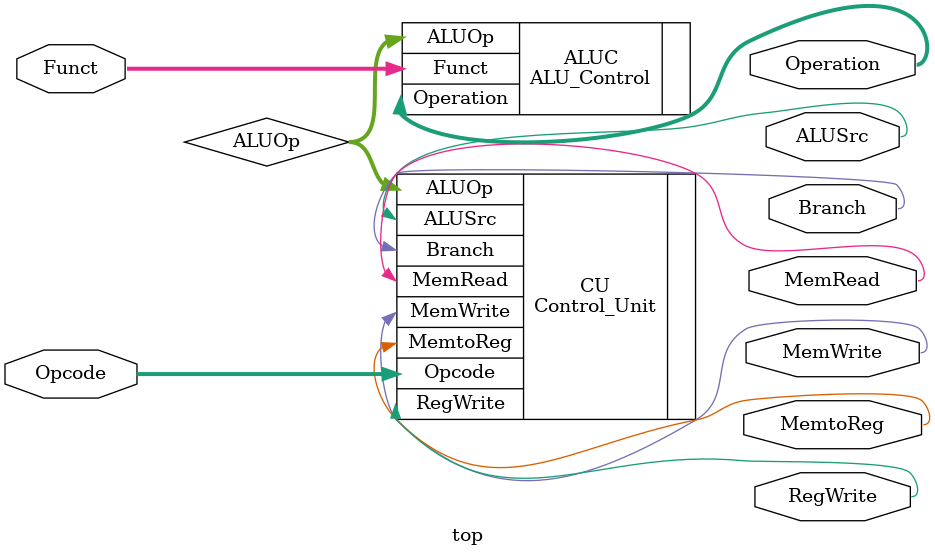
<source format=v>
module top
  (
    input[6:0] Opcode,
    input[3:0] Funct,
    output Branch,
    output MemWrite,
    output MemRead,
    output RegWrite,
    output MemtoReg,
    output ALUSrc,
    output [3:0] Operation
  );
  wire[1:0] ALUOp;
  
  Control_Unit CU
  (
    .Opcode(Opcode),
    .Branch(Branch),
    .MemWrite(MemWrite),
    .MemRead(MemRead),
    .RegWrite(RegWrite),
    .MemtoReg(MemtoReg),
    .ALUSrc(ALUSrc),
    .ALUOp(ALUOp)
  );
  
  ALU_Control ALUC
  (
    .ALUOp(ALUOp),
    .Funct(Funct),
    .Operation(Operation)
  );
  
endmodule
  
  
</source>
